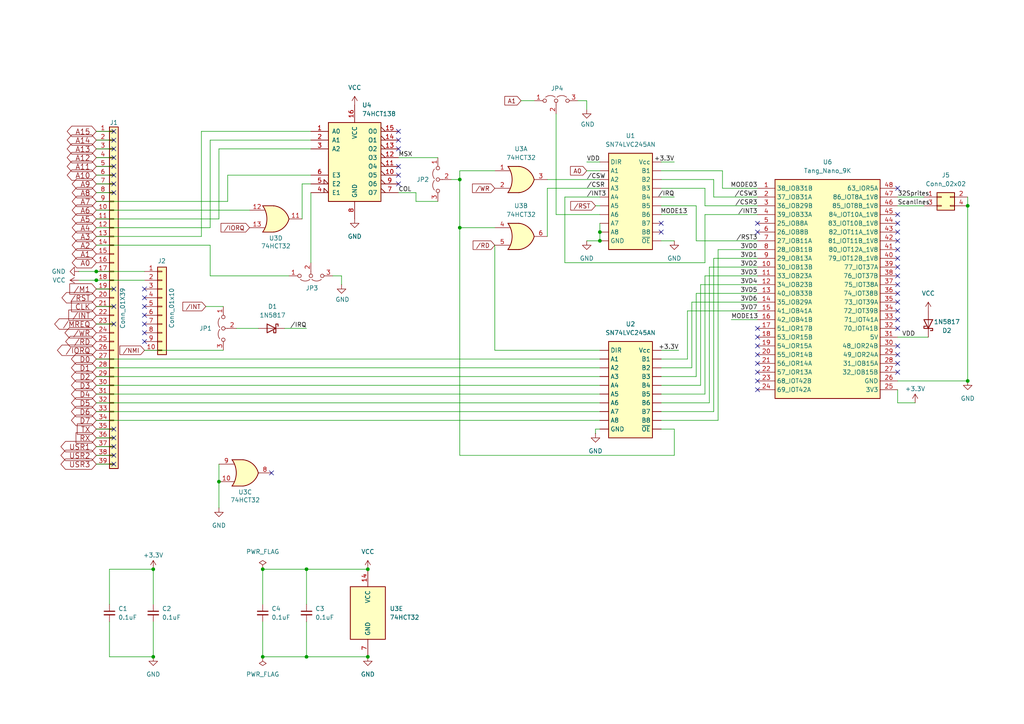
<source format=kicad_sch>
(kicad_sch (version 20250114) (generator "eeschema") (generator_version "9.0")
  (paper "A4")
  (title_block (title "RCBUS VDP9K") (rev "2.1") (company "HJB 2025") (comment 4 "VDP Tang Nano 9K - V9958 32K MSX / TMS9918A Coleco"))
  (lib_symbols
    (symbol "0my_project:SN74LVC245AN" (pin_numbers (hide yes))
      (property "Reference" "U" (at 10.414 4.064 0))
      (property "Value" "SN74LVC245AN" (at 4.826 -26.924 0))
      (symbol "SN74LVC245AN_1_1"
        (pin input line (at -8.89 11.43 0) (length 2.54) (name "DIR") (number "1"))
        (pin bidirectional line (at -8.89 8.89 0) (length 2.54) (name "A1") (number "2"))
        (pin bidirectional line (at -8.89 6.35 0) (length 2.54) (name "A2") (number "3"))
        (pin bidirectional line (at -8.89 3.81 0) (length 2.54) (name "A3") (number "4"))
        (pin bidirectional line (at -8.89 1.27 0) (length 2.54) (name "A4") (number "5"))
        (pin bidirectional line (at -8.89 -1.27 0) (length 2.54) (name "A5") (number "6"))
        (pin bidirectional line (at -8.89 -3.81 0) (length 2.54) (name "A6") (number "7"))
        (pin bidirectional line (at -8.89 -6.35 0) (length 2.54) (name "A7") (number "8"))
        (pin bidirectional line (at -8.89 -8.89 0) (length 2.54) (name "A8") (number "9"))
        (pin power_in line (at -8.89 -11.43 0) (length 2.54) (name "GND") (number "10"))
        (pin power_in line (at 8.89 11.43 180) (length 2.54) (name "Vcc") (number "20"))
        (pin bidirectional line (at 8.89 8.89 180) (length 2.54) (name "B1") (number "18"))
        (pin bidirectional line (at 8.89 6.35 180) (length 2.54) (name "B2") (number "17"))
        (pin bidirectional line (at 8.89 3.81 180) (length 2.54) (name "B3") (number "16"))
        (pin bidirectional line (at 8.89 1.27 180) (length 2.54) (name "B4") (number "15"))
        (pin bidirectional line (at 8.89 -1.27 180) (length 2.54) (name "B5") (number "14"))
        (pin bidirectional line (at 8.89 -3.81 180) (length 2.54) (name "B6") (number "13"))
        (pin bidirectional line (at 8.89 -6.35 180) (length 2.54) (name "B7") (number "12"))
        (pin bidirectional line (at 8.89 -8.89 180) (length 2.54) (name "B8") (number "11"))
        (pin input line (at 8.89 -11.43 180) (length 2.54) (name "~{OE}") (number "19"))
      )
    )
    (symbol "0my_project:Tang_Nano_9K"
      (property "Reference" "U" (at 19.558 4.064 0))
      (property "Value" "Tang_Nano_9K" (at 12.954 -62.738 0))
      (symbol "Tang_Nano_9K_1_1"
        (pin bidirectional line (at 0 0 0) (length 5.08) (name "38_IOB31B") (number "1"))
        (pin bidirectional line (at 0 -2.54 0) (length 5.08) (name "37_IOB31A") (number "2"))
        (pin bidirectional line (at 0 -5.08 0) (length 5.08) (name "36_IOB29B") (number "3"))
        (pin bidirectional line (at 0 -7.62 0) (length 5.08) (name "39_IOB33A") (number "4"))
        (pin bidirectional line (at 0 -10.16 0) (length 5.08) (name "25_IOB8A") (number "5"))
        (pin bidirectional line (at 0 -12.7 0) (length 5.08) (name "26_IOB8B") (number "6"))
        (pin bidirectional line (at 0 -15.24 0) (length 5.08) (name "27_IOB11A") (number "7"))
        (pin bidirectional line (at 0 -17.78 0) (length 5.08) (name "28_IOB11B") (number "8"))
        (pin bidirectional line (at 0 -20.32 0) (length 5.08) (name "29_IOB13A") (number "9"))
        (pin bidirectional line (at 0 -22.86 0) (length 5.08) (name "30_IOB13B") (number "10"))
        (pin bidirectional line (at 0 -25.4 0) (length 5.08) (name "33_IOB23A") (number "11"))
        (pin bidirectional line (at 0 -27.94 0) (length 5.08) (name "34_IOB23B") (number "12"))
        (pin bidirectional line (at 0 -30.48 0) (length 5.08) (name "40_IOB33B") (number "13"))
        (pin bidirectional line (at 0 -33.02 0) (length 5.08) (name "35_IOB29A") (number "14"))
        (pin bidirectional line (at 0 -35.56 0) (length 5.08) (name "41_IOB41A") (number "15"))
        (pin bidirectional line (at 0 -38.1 0) (length 5.08) (name "42_IOB41B") (number "16"))
        (pin bidirectional line (at 0 -40.64 0) (length 5.08) (name "51_IOR17B") (number "17"))
        (pin bidirectional line (at 0 -43.18 0) (length 5.08) (name "53_IOR15B") (number "18"))
        (pin bidirectional line (at 0 -45.72 0) (length 5.08) (name "54_IOR15A") (number "19"))
        (pin bidirectional line (at 0 -48.26 0) (length 5.08) (name "55_IOR14B") (number "20"))
        (pin bidirectional line (at 0 -50.8 0) (length 5.08) (name "56_IOR14A") (number "21"))
        (pin bidirectional line (at 0 -53.34 0) (length 5.08) (name "57_IOR13A") (number "22"))
        (pin bidirectional line (at 0 -55.88 0) (length 5.08) (name "68_IOT42B") (number "23"))
        (pin bidirectional line (at 0 -58.42 0) (length 5.08) (name "69_IOT42A") (number "24"))
        (pin bidirectional line (at 40.64 0 180) (length 5.08) (name "63_IOR5A") (number "48"))
        (pin bidirectional line (at 40.64 -2.54 180) (length 5.08) (name "86_IOT8A_1V8") (number "47"))
        (pin bidirectional line (at 40.64 -5.08 180) (length 5.08) (name "85_IOT8B_1V8") (number "46"))
        (pin bidirectional line (at 40.64 -7.62 180) (length 5.08) (name "84_IOT10A_1V8") (number "45"))
        (pin bidirectional line (at 40.64 -10.16 180) (length 5.08) (name "83_IOT10B_1V8") (number "44"))
        (pin bidirectional line (at 40.64 -12.7 180) (length 5.08) (name "82_IOT11A_1V8") (number "43"))
        (pin bidirectional line (at 40.64 -15.24 180) (length 5.08) (name "81_IOT11B_1V8") (number "42"))
        (pin bidirectional line (at 40.64 -17.78 180) (length 5.08) (name "80_IOT12A_1V8") (number "41"))
        (pin bidirectional line (at 40.64 -20.32 180) (length 5.08) (name "79_IOT12B_1V8") (number "40"))
        (pin bidirectional line (at 40.64 -22.86 180) (length 5.08) (name "77_IOT37A") (number "39"))
        (pin bidirectional line (at 40.64 -25.4 180) (length 5.08) (name "76_IOT37B") (number "38"))
        (pin bidirectional line (at 40.64 -27.94 180) (length 5.08) (name "75_IOT38A") (number "37"))
        (pin bidirectional line (at 40.64 -30.48 180) (length 5.08) (name "74_IOT38B") (number "36"))
        (pin bidirectional line (at 40.64 -33.02 180) (length 5.08) (name "73_IOT39A") (number "35"))
        (pin bidirectional line (at 40.64 -35.56 180) (length 5.08) (name "72_IOT39B") (number "34"))
        (pin bidirectional line (at 40.64 -38.1 180) (length 5.08) (name "71_IOT41A") (number "33"))
        (pin bidirectional line (at 40.64 -40.64 180) (length 5.08) (name "70_IOT41B") (number "32"))
        (pin power_in line (at 40.64 -43.18 180) (length 5.08) (name "5V") (number "31"))
        (pin bidirectional line (at 40.64 -45.72 180) (length 5.08) (name "48_IOR24B") (number "30"))
        (pin bidirectional line (at 40.64 -48.26 180) (length 5.08) (name "49_IOR24A") (number "29"))
        (pin bidirectional line (at 40.64 -50.8 180) (length 5.08) (name "31_IOB15A") (number "28"))
        (pin bidirectional line (at 40.64 -53.34 180) (length 5.08) (name "32_IOB15B") (number "27"))
        (pin power_in line (at 40.64 -55.88 180) (length 5.08) (name "GND") (number "26"))
        (pin power_out line (at 40.64 -58.42 180) (length 5.08) (name "3V3") (number "25"))
      )
    )
    (symbol "74xx:74LS138" (pin_names (offset 1.016))
      (property "Reference" "U" (at -7.62 11.43 0))
      (property "Value" "74LS138" (at -7.62 -13.97 0))
      (symbol "74LS138_1_0"
        (pin input line (at -12.7 7.62 0) (length 5.08) (name "A0") (number "1"))
        (pin input line (at -12.7 5.08 0) (length 5.08) (name "A1") (number "2"))
        (pin input line (at -12.7 2.54 0) (length 5.08) (name "A2") (number "3"))
        (pin input line (at -12.7 -5.08 0) (length 5.08) (name "E3") (number "6"))
        (pin input input_low (at -12.7 -7.62 0) (length 5.08) (name "E2") (number "5"))
        (pin input input_low (at -12.7 -10.16 0) (length 5.08) (name "E1") (number "4"))
        (pin power_in line (at 0 15.24 270) (length 5.08) (name "VCC") (number "16"))
        (pin power_in line (at 0 -17.78 90) (length 5.08) (name "GND") (number "8"))
        (pin output output_low (at 12.7 7.62 180) (length 5.08) (name "O0") (number "15"))
        (pin output output_low (at 12.7 5.08 180) (length 5.08) (name "O1") (number "14"))
        (pin output output_low (at 12.7 2.54 180) (length 5.08) (name "O2") (number "13"))
        (pin output output_low (at 12.7 0 180) (length 5.08) (name "O3") (number "12"))
        (pin output output_low (at 12.7 -2.54 180) (length 5.08) (name "O4") (number "11"))
        (pin output output_low (at 12.7 -5.08 180) (length 5.08) (name "O5") (number "10"))
        (pin output output_low (at 12.7 -7.62 180) (length 5.08) (name "O6") (number "9"))
        (pin output output_low (at 12.7 -10.16 180) (length 5.08) (name "O7") (number "7"))
      )
    )
    (symbol "74xx:74LS32" (pin_names (offset 1.016))
      (property "Reference" "U" (at 0 1.27 0))
      (property "Value" "74LS32" (at 0 -1.27 0))
      (symbol "74LS32_1_1"
        (pin input line (at -7.62 2.54 0) (length 4.318) (name "~") (number "1"))
        (pin input line (at -7.62 -2.54 0) (length 4.318) (name "~") (number "2"))
        (pin output line (at 7.62 0 180) (length 3.81) (name "~") (number "3"))
      )
      (symbol "74LS32_1_2"
        (pin input inverted (at -7.62 2.54 0) (length 3.81) (name "~") (number "1"))
        (pin input inverted (at -7.62 -2.54 0) (length 3.81) (name "~") (number "2"))
        (pin output inverted (at 7.62 0 180) (length 3.81) (name "~") (number "3"))
      )
      (symbol "74LS32_2_1"
        (pin input line (at -7.62 2.54 0) (length 4.318) (name "~") (number "4"))
        (pin input line (at -7.62 -2.54 0) (length 4.318) (name "~") (number "5"))
        (pin output line (at 7.62 0 180) (length 3.81) (name "~") (number "6"))
      )
      (symbol "74LS32_2_2"
        (pin input inverted (at -7.62 2.54 0) (length 3.81) (name "~") (number "4"))
        (pin input inverted (at -7.62 -2.54 0) (length 3.81) (name "~") (number "5"))
        (pin output inverted (at 7.62 0 180) (length 3.81) (name "~") (number "6"))
      )
      (symbol "74LS32_3_1"
        (pin input line (at -7.62 2.54 0) (length 4.318) (name "~") (number "9"))
        (pin input line (at -7.62 -2.54 0) (length 4.318) (name "~") (number "10"))
        (pin output line (at 7.62 0 180) (length 3.81) (name "~") (number "8"))
      )
      (symbol "74LS32_3_2"
        (pin input inverted (at -7.62 2.54 0) (length 3.81) (name "~") (number "9"))
        (pin input inverted (at -7.62 -2.54 0) (length 3.81) (name "~") (number "10"))
        (pin output inverted (at 7.62 0 180) (length 3.81) (name "~") (number "8"))
      )
      (symbol "74LS32_4_1"
        (pin input line (at -7.62 2.54 0) (length 4.318) (name "~") (number "12"))
        (pin input line (at -7.62 -2.54 0) (length 4.318) (name "~") (number "13"))
        (pin output line (at 7.62 0 180) (length 3.81) (name "~") (number "11"))
      )
      (symbol "74LS32_4_2"
        (pin input inverted (at -7.62 2.54 0) (length 3.81) (name "~") (number "12"))
        (pin input inverted (at -7.62 -2.54 0) (length 3.81) (name "~") (number "13"))
        (pin output inverted (at 7.62 0 180) (length 3.81) (name "~") (number "11"))
      )
      (symbol "74LS32_5_0"
        (pin power_in line (at 0 12.7 270) (length 5.08) (name "VCC") (number "14"))
        (pin power_in line (at 0 -12.7 90) (length 5.08) (name "GND") (number "7"))
      )
    )
    (symbol "CONN_01X10_1" (pin_names (offset 1.016) (hide yes))
      (property "Reference" "J" (at 0 13.97 0))
      (property "Value" "CONN_01X10" (at 2.54 0 90))
      (symbol "CONN_01X10_1_1_1"
        (pin passive line (at -5.08 11.43 0) (length 3.81) (name "P1") (number "1"))
        (pin passive line (at -5.08 8.89 0) (length 3.81) (name "P2") (number "2"))
        (pin passive line (at -5.08 6.35 0) (length 3.81) (name "P3") (number "3"))
        (pin passive line (at -5.08 3.81 0) (length 3.81) (name "P4") (number "4"))
        (pin passive line (at -5.08 1.27 0) (length 3.81) (name "P5") (number "5"))
        (pin passive line (at -5.08 -1.27 0) (length 3.81) (name "P6") (number "6"))
        (pin passive line (at -5.08 -3.81 0) (length 3.81) (name "P7") (number "7"))
        (pin passive line (at -5.08 -6.35 0) (length 3.81) (name "P8") (number "8"))
        (pin passive line (at -5.08 -8.89 0) (length 3.81) (name "P9") (number "9"))
        (pin passive line (at -5.08 -11.43 0) (length 3.81) (name "P10") (number "10"))
      )
    )
    (symbol "CONN_01X39_1" (pin_names (offset 1.016) (hide yes))
      (property "Reference" "J" (at 0 50.8 0))
      (property "Value" "CONN_01X39" (at 2.54 0 90))
      (symbol "CONN_01X39_1_1_1"
        (pin passive line (at -5.08 48.26 0) (length 3.81) (name "P1") (number "1"))
        (pin passive line (at -5.08 45.72 0) (length 3.81) (name "P2") (number "2"))
        (pin passive line (at -5.08 43.18 0) (length 3.81) (name "P3") (number "3"))
        (pin passive line (at -5.08 40.64 0) (length 3.81) (name "P4") (number "4"))
        (pin passive line (at -5.08 38.1 0) (length 3.81) (name "P5") (number "5"))
        (pin passive line (at -5.08 35.56 0) (length 3.81) (name "P6") (number "6"))
        (pin passive line (at -5.08 33.02 0) (length 3.81) (name "P7") (number "7"))
        (pin passive line (at -5.08 30.48 0) (length 3.81) (name "P8") (number "8"))
        (pin passive line (at -5.08 27.94 0) (length 3.81) (name "P9") (number "9"))
        (pin passive line (at -5.08 25.4 0) (length 3.81) (name "P10") (number "10"))
        (pin passive line (at -5.08 22.86 0) (length 3.81) (name "P11") (number "11"))
        (pin passive line (at -5.08 20.32 0) (length 3.81) (name "P12") (number "12"))
        (pin passive line (at -5.08 17.78 0) (length 3.81) (name "P13") (number "13"))
        (pin passive line (at -5.08 15.24 0) (length 3.81) (name "P14") (number "14"))
        (pin passive line (at -5.08 12.7 0) (length 3.81) (name "P15") (number "15"))
        (pin passive line (at -5.08 10.16 0) (length 3.81) (name "P16") (number "16"))
        (pin passive line (at -5.08 7.62 0) (length 3.81) (name "P17") (number "17"))
        (pin passive line (at -5.08 5.08 0) (length 3.81) (name "P18") (number "18"))
        (pin passive line (at -5.08 2.54 0) (length 3.81) (name "P19") (number "19"))
        (pin passive line (at -5.08 0 0) (length 3.81) (name "P20") (number "20"))
        (pin passive line (at -5.08 -2.54 0) (length 3.81) (name "P21") (number "21"))
        (pin passive line (at -5.08 -5.08 0) (length 3.81) (name "P22") (number "22"))
        (pin passive line (at -5.08 -7.62 0) (length 3.81) (name "P23") (number "23"))
        (pin passive line (at -5.08 -10.16 0) (length 3.81) (name "P24") (number "24"))
        (pin passive line (at -5.08 -12.7 0) (length 3.81) (name "P25") (number "25"))
        (pin passive line (at -5.08 -15.24 0) (length 3.81) (name "P26") (number "26"))
        (pin passive line (at -5.08 -17.78 0) (length 3.81) (name "P27") (number "27"))
        (pin passive line (at -5.08 -20.32 0) (length 3.81) (name "P28") (number "28"))
        (pin passive line (at -5.08 -22.86 0) (length 3.81) (name "P29") (number "29"))
        (pin passive line (at -5.08 -25.4 0) (length 3.81) (name "P30") (number "30"))
        (pin passive line (at -5.08 -27.94 0) (length 3.81) (name "P31") (number "31"))
        (pin passive line (at -5.08 -30.48 0) (length 3.81) (name "P32") (number "32"))
        (pin passive line (at -5.08 -33.02 0) (length 3.81) (name "P33") (number "33"))
        (pin passive line (at -5.08 -35.56 0) (length 3.81) (name "P34") (number "34"))
        (pin passive line (at -5.08 -38.1 0) (length 3.81) (name "P35") (number "35"))
        (pin passive line (at -5.08 -40.64 0) (length 3.81) (name "P36") (number "36"))
        (pin passive line (at -5.08 -43.18 0) (length 3.81) (name "P37") (number "37"))
        (pin passive line (at -5.08 -45.72 0) (length 3.81) (name "P38") (number "38"))
        (pin passive line (at -5.08 -48.26 0) (length 3.81) (name "P39") (number "39"))
      )
    )
    (symbol "Connector_Generic:Conn_01x10" (pin_names (offset 1.016) (hide yes))
      (property "Reference" "J" (at 0 12.7 0))
      (property "Value" "Conn_01x10" (at 0 -15.24 0))
      (symbol "Conn_01x10_1_1"
        (pin passive line (at -5.08 10.16 0) (length 3.81) (name "Pin_1") (number "1"))
        (pin passive line (at -5.08 7.62 0) (length 3.81) (name "Pin_2") (number "2"))
        (pin passive line (at -5.08 5.08 0) (length 3.81) (name "Pin_3") (number "3"))
        (pin passive line (at -5.08 2.54 0) (length 3.81) (name "Pin_4") (number "4"))
        (pin passive line (at -5.08 0 0) (length 3.81) (name "Pin_5") (number "5"))
        (pin passive line (at -5.08 -2.54 0) (length 3.81) (name "Pin_6") (number "6"))
        (pin passive line (at -5.08 -5.08 0) (length 3.81) (name "Pin_7") (number "7"))
        (pin passive line (at -5.08 -7.62 0) (length 3.81) (name "Pin_8") (number "8"))
        (pin passive line (at -5.08 -10.16 0) (length 3.81) (name "Pin_9") (number "9"))
        (pin passive line (at -5.08 -12.7 0) (length 3.81) (name "Pin_10") (number "10"))
      )
    )
    (symbol "Connector_Generic:Conn_01x39" (pin_names (offset 1.016) (hide yes))
      (property "Reference" "J" (at 0 50.8 0))
      (property "Value" "Conn_01x39" (at 0 -50.8 0))
      (symbol "Conn_01x39_1_1"
        (pin passive line (at -5.08 48.26 0) (length 3.81) (name "Pin_1") (number "1"))
        (pin passive line (at -5.08 45.72 0) (length 3.81) (name "Pin_2") (number "2"))
        (pin passive line (at -5.08 43.18 0) (length 3.81) (name "Pin_3") (number "3"))
        (pin passive line (at -5.08 40.64 0) (length 3.81) (name "Pin_4") (number "4"))
        (pin passive line (at -5.08 38.1 0) (length 3.81) (name "Pin_5") (number "5"))
        (pin passive line (at -5.08 35.56 0) (length 3.81) (name "Pin_6") (number "6"))
        (pin passive line (at -5.08 33.02 0) (length 3.81) (name "Pin_7") (number "7"))
        (pin passive line (at -5.08 30.48 0) (length 3.81) (name "Pin_8") (number "8"))
        (pin passive line (at -5.08 27.94 0) (length 3.81) (name "Pin_9") (number "9"))
        (pin passive line (at -5.08 25.4 0) (length 3.81) (name "Pin_10") (number "10"))
        (pin passive line (at -5.08 22.86 0) (length 3.81) (name "Pin_11") (number "11"))
        (pin passive line (at -5.08 20.32 0) (length 3.81) (name "Pin_12") (number "12"))
        (pin passive line (at -5.08 17.78 0) (length 3.81) (name "Pin_13") (number "13"))
        (pin passive line (at -5.08 15.24 0) (length 3.81) (name "Pin_14") (number "14"))
        (pin passive line (at -5.08 12.7 0) (length 3.81) (name "Pin_15") (number "15"))
        (pin passive line (at -5.08 10.16 0) (length 3.81) (name "Pin_16") (number "16"))
        (pin passive line (at -5.08 7.62 0) (length 3.81) (name "Pin_17") (number "17"))
        (pin passive line (at -5.08 5.08 0) (length 3.81) (name "Pin_18") (number "18"))
        (pin passive line (at -5.08 2.54 0) (length 3.81) (name "Pin_19") (number "19"))
        (pin passive line (at -5.08 0 0) (length 3.81) (name "Pin_20") (number "20"))
        (pin passive line (at -5.08 -2.54 0) (length 3.81) (name "Pin_21") (number "21"))
        (pin passive line (at -5.08 -5.08 0) (length 3.81) (name "Pin_22") (number "22"))
        (pin passive line (at -5.08 -7.62 0) (length 3.81) (name "Pin_23") (number "23"))
        (pin passive line (at -5.08 -10.16 0) (length 3.81) (name "Pin_24") (number "24"))
        (pin passive line (at -5.08 -12.7 0) (length 3.81) (name "Pin_25") (number "25"))
        (pin passive line (at -5.08 -15.24 0) (length 3.81) (name "Pin_26") (number "26"))
        (pin passive line (at -5.08 -17.78 0) (length 3.81) (name "Pin_27") (number "27"))
        (pin passive line (at -5.08 -20.32 0) (length 3.81) (name "Pin_28") (number "28"))
        (pin passive line (at -5.08 -22.86 0) (length 3.81) (name "Pin_29") (number "29"))
        (pin passive line (at -5.08 -25.4 0) (length 3.81) (name "Pin_30") (number "30"))
        (pin passive line (at -5.08 -27.94 0) (length 3.81) (name "Pin_31") (number "31"))
        (pin passive line (at -5.08 -30.48 0) (length 3.81) (name "Pin_32") (number "32"))
        (pin passive line (at -5.08 -33.02 0) (length 3.81) (name "Pin_33") (number "33"))
        (pin passive line (at -5.08 -35.56 0) (length 3.81) (name "Pin_34") (number "34"))
        (pin passive line (at -5.08 -38.1 0) (length 3.81) (name "Pin_35") (number "35"))
        (pin passive line (at -5.08 -40.64 0) (length 3.81) (name "Pin_36") (number "36"))
        (pin passive line (at -5.08 -43.18 0) (length 3.81) (name "Pin_37") (number "37"))
        (pin passive line (at -5.08 -45.72 0) (length 3.81) (name "Pin_38") (number "38"))
        (pin passive line (at -5.08 -48.26 0) (length 3.81) (name "Pin_39") (number "39"))
      )
    )
    (symbol "Connector_Generic:Conn_02x02_Odd_Even" (pin_names (offset 1.016) (hide yes))
      (property "Reference" "J" (at 1.27 2.54 0))
      (property "Value" "Conn_02x02_Odd_Even" (at 1.27 -5.08 0))
      (symbol "Conn_02x02_Odd_Even_1_1"
        (pin passive line (at -5.08 0 0) (length 3.81) (name "Pin_1") (number "1"))
        (pin passive line (at -5.08 -2.54 0) (length 3.81) (name "Pin_3") (number "3"))
        (pin passive line (at 7.62 0 180) (length 3.81) (name "Pin_2") (number "2"))
        (pin passive line (at 7.62 -2.54 180) (length 3.81) (name "Pin_4") (number "4"))
      )
    )
    (symbol "Device:C_Small" (pin_numbers (hide yes)) (pin_names (offset 0.254) (hide yes))
      (property "Reference" "C" (at 0.254 1.778 0))
      (property "Value" "C_Small" (at 0.254 -2.032 0))
      (symbol "C_Small_1_1"
        (pin passive line (at 0 2.54 270) (length 2.032) (name "~") (number "1"))
        (pin passive line (at 0 -2.54 90) (length 2.032) (name "~") (number "2"))
      )
    )
    (symbol "Diode:1N5817" (pin_numbers (hide yes)) (pin_names (offset 1.016) (hide yes))
      (property "Reference" "D" (at 0 2.54 0))
      (property "Value" "1N5817" (at 0 -2.54 0))
      (symbol "1N5817_1_1"
        (pin passive line (at -3.81 0 0) (length 2.54) (name "K") (number "1"))
        (pin passive line (at 3.81 0 180) (length 2.54) (name "A") (number "2"))
      )
    )
    (symbol "GND_1" (power) (pin_names (offset 0))
      (property "Value" "GND" (at 0 -3.81 0))
      (symbol "GND_1_1_1"
        (pin power_in line (at 0 0 270) (length 0) (hide yes) (name "GND") (number "1"))
      )
    )
    (symbol "Jumper:Jumper_3_Open" (pin_names (offset 0) (hide yes)) (in_bom no)
      (property "Reference" "JP" (at -2.54 -2.54 0))
      (property "Value" "Jumper_3_Open" (at 0 2.794 0))
      (symbol "Jumper_3_Open_1_1"
        (pin passive line (at -6.35 0 0) (length 2.54) (name "A") (number "1"))
        (pin passive line (at 0 -3.81 90) (length 2.54) (name "C") (number "2"))
        (pin passive line (at 6.35 0 180) (length 2.54) (name "B") (number "3"))
      )
    )
    (symbol "VCC_1" (power) (pin_names (offset 0))
      (property "Value" "VCC" (at 0 3.81 0))
      (symbol "VCC_1_1_1"
        (pin power_in line (at 0 0 90) (length 0) (hide yes) (name "VCC") (number "1"))
      )
    )
    (symbol "power:+3.3V" (power) (pin_numbers (hide yes)) (pin_names (offset 0) (hide yes))
      (property "Value" "+3.3V" (at 0 3.556 0))
      (symbol "+3.3V_1_1"
        (pin power_in line (at 0 0 90) (length 0) (name "~") (number "1"))
      )
    )
    (symbol "power:GND" (power) (pin_numbers (hide yes)) (pin_names (offset 0) (hide yes))
      (property "Value" "GND" (at 0 -3.81 0))
      (symbol "GND_1_1"
        (pin power_in line (at 0 0 270) (length 0) (name "~") (number "1"))
      )
    )
    (symbol "power:PWR_FLAG" (power) (pin_numbers (hide yes)) (pin_names (offset 0) (hide yes))
      (property "Value" "PWR_FLAG" (at 0 3.81 0))
      (symbol "PWR_FLAG_0_0"
        (pin power_out line (at 0 0 90) (length 0) (name "~") (number "1"))
      )
    )
    (symbol "power:VCC" (power) (pin_numbers (hide yes)) (pin_names (offset 0) (hide yes))
      (property "Value" "VCC" (at 0 3.556 0))
      (symbol "VCC_1_1"
        (pin power_in line (at 0 0 90) (length 0) (name "~") (number "1"))
      )
    )
  )
  (junction (at 76.2 165.1))
  (junction (at 173.99 67.31))
  (junction (at 44.45 190.5))
  (junction (at 27.94 81.28))
  (junction (at 280.67 59.69))
  (junction (at 133.35 66.04))
  (junction (at 133.35 52.07))
  (junction (at 44.45 165.1))
  (junction (at 76.2 190.5))
  (junction (at 280.67 110.49))
  (junction (at 106.68 165.1))
  (junction (at 88.9 190.5))
  (junction (at 106.68 190.5))
  (junction (at 27.94 78.74))
  (junction (at 173.99 69.85))
  (junction (at 88.9 165.1))
  (junction (at 63.5 139.7))
  (no_connect (at 33.02 132.08))
  (no_connect (at 260.35 69.85))
  (no_connect (at 41.91 93.98))
  (no_connect (at 33.02 38.1))
  (no_connect (at 41.91 86.36))
  (no_connect (at 260.35 90.17))
  (no_connect (at 33.02 45.72))
  (no_connect (at 219.71 102.87))
  (no_connect (at 41.91 91.44))
  (no_connect (at 260.35 77.47))
  (no_connect (at 41.91 88.9))
  (no_connect (at 33.02 83.82))
  (no_connect (at 33.02 48.26))
  (no_connect (at 219.71 107.95))
  (no_connect (at 33.02 88.9))
  (no_connect (at 260.35 64.77))
  (no_connect (at 33.02 93.98))
  (no_connect (at 260.35 74.93))
  (no_connect (at 260.35 105.41))
  (no_connect (at 219.71 64.77))
  (no_connect (at 33.02 129.54))
  (no_connect (at 219.71 110.49))
  (no_connect (at 33.02 43.18))
  (no_connect (at 219.71 100.33))
  (no_connect (at 41.91 83.82))
  (no_connect (at 33.02 50.8))
  (no_connect (at 260.35 67.31))
  (no_connect (at 115.57 43.18))
  (no_connect (at 115.57 38.1))
  (no_connect (at 33.02 55.88))
  (no_connect (at 260.35 87.63))
  (no_connect (at 260.35 80.01))
  (no_connect (at 115.57 50.8))
  (no_connect (at 41.91 99.06))
  (no_connect (at 115.57 53.34))
  (no_connect (at 260.35 62.23))
  (no_connect (at 115.57 48.26))
  (no_connect (at 219.71 113.03))
  (no_connect (at 260.35 85.09))
  (no_connect (at 260.35 72.39))
  (no_connect (at 33.02 53.34))
  (no_connect (at 219.71 67.31))
  (no_connect (at 33.02 127))
  (no_connect (at 41.91 96.52))
  (no_connect (at 260.35 92.71))
  (no_connect (at 78.74 137.16))
  (no_connect (at 260.35 107.95))
  (no_connect (at 33.02 40.64))
  (no_connect (at 191.77 64.77))
  (no_connect (at 33.02 134.62))
  (no_connect (at 260.35 102.87))
  (no_connect (at 219.71 97.79))
  (no_connect (at 260.35 95.25))
  (no_connect (at 260.35 54.61))
  (no_connect (at 33.02 124.46))
  (no_connect (at 219.71 105.41))
  (no_connect (at 260.35 82.55))
  (no_connect (at 219.71 95.25))
  (no_connect (at 115.57 40.64))
  (no_connect (at 260.35 100.33))
  (no_connect (at 191.77 67.31))
  (wire (pts (xy 90.17 55.88) (xy 90.17 76.2)))
  (wire (pts (xy 204.47 62.23) (xy 219.71 62.23)))
  (wire (pts (xy 63.5 43.18) (xy 90.17 43.18)))
  (wire (pts (xy 204.47 80.01) (xy 204.47 114.3)))
  (wire (pts (xy 143.51 101.6) (xy 143.51 71.12)))
  (wire (pts (xy 219.71 87.63) (xy 200.66 87.63)))
  (wire (pts (xy 170.18 29.21) (xy 170.18 31.75)))
  (wire (pts (xy 41.91 101.6) (xy 64.77 101.6)))
  (wire (pts (xy 99.06 80.01) (xy 99.06 82.55)))
  (wire (pts (xy 219.71 85.09) (xy 201.93 85.09)))
  (wire (pts (xy 27.94 127) (xy 33.02 127)))
  (wire (pts (xy 27.94 88.9) (xy 33.02 88.9)))
  (wire (pts (xy 27.94 55.88) (xy 33.02 55.88)))
  (wire (pts (xy 44.45 165.1) (xy 44.45 175.26)))
  (wire (pts (xy 163.83 57.15) (xy 173.99 57.15)))
  (wire (pts (xy 191.77 59.69) (xy 201.93 59.69)))
  (wire (pts (xy 167.64 29.21) (xy 170.18 29.21)))
  (wire (pts (xy 133.35 66.04) (xy 143.51 66.04)))
  (wire (pts (xy 27.94 63.5) (xy 63.5 63.5)))
  (wire (pts (xy 201.93 59.69) (xy 201.93 69.85)))
  (wire (pts (xy 115.57 45.72) (xy 127 45.72)))
  (wire (pts (xy 191.77 116.84) (xy 205.74 116.84)))
  (wire (pts (xy 31.75 190.5) (xy 44.45 190.5)))
  (wire (pts (xy 204.47 76.2) (xy 163.83 76.2)))
  (wire (pts (xy 280.67 57.15) (xy 280.67 59.69)))
  (wire (pts (xy 60.96 80.01) (xy 83.82 80.01)))
  (wire (pts (xy 27.94 124.46) (xy 33.02 124.46)))
  (wire (pts (xy 219.71 82.55) (xy 203.2 82.55)))
  (wire (pts (xy 133.35 52.07) (xy 133.35 49.53)))
  (wire (pts (xy 195.58 132.08) (xy 133.35 132.08)))
  (wire (pts (xy 66.04 50.8) (xy 90.17 50.8)))
  (wire (pts (xy 219.71 77.47) (xy 205.74 77.47)))
  (wire (pts (xy 191.77 109.22) (xy 201.93 109.22)))
  (wire (pts (xy 191.77 101.6) (xy 196.85 101.6)))
  (wire (pts (xy 212.09 92.71) (xy 219.71 92.71)))
  (wire (pts (xy 87.63 53.34) (xy 90.17 53.34)))
  (wire (pts (xy 60.96 71.12) (xy 60.96 80.01)))
  (wire (pts (xy 163.83 57.15) (xy 163.83 76.2)))
  (wire (pts (xy 260.35 59.69) (xy 267.97 59.69)))
  (wire (pts (xy 203.2 82.55) (xy 203.2 111.76)))
  (wire (pts (xy 82.55 95.25) (xy 88.9 95.25)))
  (wire (pts (xy 173.99 67.31) (xy 173.99 69.85)))
  (wire (pts (xy 158.75 54.61) (xy 173.99 54.61)))
  (wire (pts (xy 191.77 54.61) (xy 204.47 54.61)))
  (wire (pts (xy 158.75 52.07) (xy 173.99 52.07)))
  (wire (pts (xy 27.94 134.62) (xy 33.02 134.62)))
  (wire (pts (xy 27.94 78.74) (xy 41.91 78.74)))
  (wire (pts (xy 27.94 129.54) (xy 33.02 129.54)))
  (wire (pts (xy 260.35 57.15) (xy 267.97 57.15)))
  (wire (pts (xy 205.74 77.47) (xy 205.74 116.84)))
  (wire (pts (xy 195.58 69.85) (xy 191.77 69.85)))
  (wire (pts (xy 191.77 119.38) (xy 207.01 119.38)))
  (wire (pts (xy 58.42 38.1) (xy 90.17 38.1)))
  (wire (pts (xy 133.35 132.08) (xy 133.35 66.04)))
  (wire (pts (xy 170.18 69.85) (xy 173.99 69.85)))
  (wire (pts (xy 219.71 80.01) (xy 204.47 80.01)))
  (wire (pts (xy 195.58 124.46) (xy 191.77 124.46)))
  (wire (pts (xy 191.77 121.92) (xy 208.28 121.92)))
  (wire (pts (xy 27.94 68.58) (xy 58.42 68.58)))
  (wire (pts (xy 22.86 78.74) (xy 27.94 78.74)))
  (wire (pts (xy 191.77 111.76) (xy 203.2 111.76)))
  (wire (pts (xy 219.71 74.93) (xy 207.01 74.93)))
  (wire (pts (xy 27.94 58.42) (xy 66.04 58.42)))
  (wire (pts (xy 60.96 40.64) (xy 90.17 40.64)))
  (wire (pts (xy 204.47 54.61) (xy 204.47 59.69)))
  (wire (pts (xy 27.94 81.28) (xy 41.91 81.28)))
  (wire (pts (xy 260.35 116.84) (xy 265.43 116.84)))
  (wire (pts (xy 27.94 48.26) (xy 33.02 48.26)))
  (wire (pts (xy 27.94 132.08) (xy 33.02 132.08)))
  (wire (pts (xy 63.5 134.62) (xy 63.5 139.7)))
  (wire (pts (xy 27.94 111.76) (xy 173.99 111.76)))
  (wire (pts (xy 172.72 124.46) (xy 173.99 124.46)))
  (wire (pts (xy 27.94 53.34) (xy 33.02 53.34)))
  (wire (pts (xy 161.29 62.23) (xy 161.29 33.02)))
  (wire (pts (xy 68.58 95.25) (xy 74.93 95.25)))
  (wire (pts (xy 27.94 114.3) (xy 173.99 114.3)))
  (wire (pts (xy 158.75 54.61) (xy 158.75 68.58)))
  (wire (pts (xy 199.39 90.17) (xy 219.71 90.17)))
  (wire (pts (xy 191.77 49.53) (xy 209.55 49.53)))
  (wire (pts (xy 27.94 40.64) (xy 33.02 40.64)))
  (wire (pts (xy 27.94 66.04) (xy 60.96 66.04)))
  (wire (pts (xy 204.47 62.23) (xy 204.47 76.2)))
  (wire (pts (xy 191.77 57.15) (xy 195.58 57.15)))
  (wire (pts (xy 120.65 58.42) (xy 120.65 55.88)))
  (wire (pts (xy 88.9 180.34) (xy 88.9 190.5)))
  (wire (pts (xy 208.28 72.39) (xy 208.28 121.92)))
  (wire (pts (xy 172.72 125.73) (xy 172.72 124.46)))
  (wire (pts (xy 260.35 97.79) (xy 269.24 97.79)))
  (wire (pts (xy 172.72 59.69) (xy 173.99 59.69)))
  (wire (pts (xy 201.93 69.85) (xy 219.71 69.85)))
  (wire (pts (xy 133.35 52.07) (xy 133.35 66.04)))
  (wire (pts (xy 76.2 175.26) (xy 76.2 165.1)))
  (wire (pts (xy 200.66 87.63) (xy 200.66 106.68)))
  (wire (pts (xy 66.04 58.42) (xy 66.04 50.8)))
  (wire (pts (xy 27.94 121.92) (xy 173.99 121.92)))
  (wire (pts (xy 170.18 49.53) (xy 173.99 49.53)))
  (wire (pts (xy 209.55 49.53) (xy 209.55 54.61)))
  (wire (pts (xy 161.29 62.23) (xy 173.99 62.23)))
  (wire (pts (xy 204.47 59.69) (xy 219.71 59.69)))
  (wire (pts (xy 87.63 63.5) (xy 87.63 53.34)))
  (wire (pts (xy 207.01 74.93) (xy 207.01 119.38)))
  (wire (pts (xy 99.06 80.01) (xy 96.52 80.01)))
  (wire (pts (xy 31.75 165.1) (xy 31.75 175.26)))
  (wire (pts (xy 63.5 63.5) (xy 63.5 43.18)))
  (wire (pts (xy 88.9 165.1) (xy 106.68 165.1)))
  (wire (pts (xy 207.01 57.15) (xy 219.71 57.15)))
  (wire (pts (xy 120.65 58.42) (xy 127 58.42)))
  (wire (pts (xy 191.77 114.3) (xy 204.47 114.3)))
  (wire (pts (xy 173.99 64.77) (xy 173.99 67.31)))
  (wire (pts (xy 76.2 165.1) (xy 88.9 165.1)))
  (wire (pts (xy 27.94 104.14) (xy 173.99 104.14)))
  (wire (pts (xy 58.42 68.58) (xy 58.42 38.1)))
  (wire (pts (xy 27.94 106.68) (xy 173.99 106.68)))
  (wire (pts (xy 191.77 106.68) (xy 200.66 106.68)))
  (wire (pts (xy 130.81 52.07) (xy 133.35 52.07)))
  (wire (pts (xy 27.94 43.18) (xy 33.02 43.18)))
  (wire (pts (xy 209.55 54.61) (xy 219.71 54.61)))
  (wire (pts (xy 201.93 85.09) (xy 201.93 109.22)))
  (wire (pts (xy 76.2 180.34) (xy 76.2 190.5)))
  (wire (pts (xy 191.77 104.14) (xy 199.39 104.14)))
  (wire (pts (xy 27.94 50.8) (xy 33.02 50.8)))
  (wire (pts (xy 27.94 116.84) (xy 173.99 116.84)))
  (wire (pts (xy 170.18 46.99) (xy 173.99 46.99)))
  (wire (pts (xy 44.45 165.1) (xy 31.75 165.1)))
  (wire (pts (xy 88.9 175.26) (xy 88.9 165.1)))
  (wire (pts (xy 27.94 60.96) (xy 72.39 60.96)))
  (wire (pts (xy 63.5 139.7) (xy 63.5 147.32)))
  (wire (pts (xy 27.94 109.22) (xy 173.99 109.22)))
  (wire (pts (xy 27.94 45.72) (xy 33.02 45.72)))
  (wire (pts (xy 219.71 72.39) (xy 208.28 72.39)))
  (wire (pts (xy 133.35 49.53) (xy 143.51 49.53)))
  (wire (pts (xy 191.77 52.07) (xy 207.01 52.07)))
  (wire (pts (xy 27.94 71.12) (xy 60.96 71.12)))
  (wire (pts (xy 191.77 62.23) (xy 199.39 62.23)))
  (wire (pts (xy 143.51 101.6) (xy 173.99 101.6)))
  (wire (pts (xy 120.65 55.88) (xy 115.57 55.88)))
  (wire (pts (xy 27.94 83.82) (xy 33.02 83.82)))
  (wire (pts (xy 59.69 88.9) (xy 64.77 88.9)))
  (wire (pts (xy 260.35 110.49) (xy 280.67 110.49)))
  (wire (pts (xy 280.67 59.69) (xy 280.67 110.49)))
  (wire (pts (xy 199.39 104.14) (xy 199.39 90.17)))
  (wire (pts (xy 60.96 40.64) (xy 60.96 66.04)))
  (wire (pts (xy 27.94 119.38) (xy 173.99 119.38)))
  (wire (pts (xy 195.58 46.99) (xy 191.77 46.99)))
  (wire (pts (xy 260.35 116.84) (xy 260.35 113.03)))
  (wire (pts (xy 88.9 190.5) (xy 106.68 190.5)))
  (wire (pts (xy 207.01 52.07) (xy 207.01 57.15)))
  (wire (pts (xy 76.2 190.5) (xy 88.9 190.5)))
  (wire (pts (xy 22.86 81.28) (xy 27.94 81.28)))
  (wire (pts (xy 44.45 180.34) (xy 44.45 190.5)))
  (wire (pts (xy 151.13 29.21) (xy 154.94 29.21)))
  (wire (pts (xy 195.58 124.46) (xy 195.58 132.08)))
  (wire (pts (xy 27.94 38.1) (xy 33.02 38.1)))
  (wire (pts (xy 31.75 180.34) (xy 31.75 190.5)))
  (wire (pts (xy 27.94 93.98) (xy 33.02 93.98)))
  (label "3VD7" (at 219.71 90.17 180))
  (label "VDD" (at 170.18 46.99 0))
  (label "{slash}CSR3" (at 219.71 59.69 180))
  (label "+3.3V" (at 195.58 46.99 180))
  (label "3VD3" (at 219.71 80.01 180))
  (label "MSX" (at 115.57 45.72 0))
  (label "VDD" (at 261.62 97.79 0))
  (label "3VD2" (at 219.71 77.47 180))
  (label "Scanlines" (at 260.35 59.69 0))
  (label "3VD5" (at 219.71 85.09 180))
  (label "COL" (at 115.57 55.88 0))
  (label "{slash}CSR" (at 170.18 54.61 0))
  (label "{slash}RST3" (at 219.71 69.85 180))
  (label "3VD0" (at 219.71 72.39 180))
  (label "{slash}INT3" (at 170.18 57.15 0))
  (label "{slash}INT3" (at 219.71 62.23 180))
  (label "{slash}IRQ" (at 88.9 95.25 180))
  (label "32Sprites" (at 260.35 57.15 0))
  (label "3VD4" (at 219.71 82.55 180))
  (label "{slash}CSW3" (at 219.71 57.15 180))
  (label "MODE13" (at 212.09 92.71 0))
  (label "3VD6" (at 219.71 87.63 180))
  (label "{slash}CSW" (at 170.18 52.07 0))
  (label "MODE13" (at 199.39 62.23 180))
  (label "3VD1" (at 219.71 74.93 180))
  (label "+3.3V" (at 196.85 101.6 180))
  (label "{slash}IRQ" (at 195.58 57.15 180))
  (label "MODE03" (at 219.71 54.61 180))
  (global_label "D7" (shape tri_state) (at 27.94 121.92 180) (effects (font (size 1.524 1.524))) (property "Intersheetrefs" "${INTERSHEET_REFS}" (effects (hide yes))))
  (global_label "A5" (shape tri_state) (at 27.94 63.5 180) (effects (font (size 1.524 1.524))) (property "Intersheetrefs" "${INTERSHEET_REFS}" (effects (hide yes))))
  (global_label "USR2" (shape bidirectional) (at 27.94 132.08 180) (effects (font (size 1.524 1.524))) (property "Intersheetrefs" "${INTERSHEET_REFS}" (effects (hide yes))))
  (global_label "D4" (shape tri_state) (at 27.94 114.3 180) (effects (font (size 1.524 1.524))) (property "Intersheetrefs" "${INTERSHEET_REFS}" (effects (hide yes))))
  (global_label "A15" (shape bidirectional) (at 27.94 38.1 180) (effects (font (size 1.524 1.524))) (property "Intersheetrefs" "${INTERSHEET_REFS}" (effects (hide yes))))
  (global_label "/MREQ" (shape tri_state) (at 27.94 93.98 180) (effects (font (size 1.524 1.524))) (property "Intersheetrefs" "${INTERSHEET_REFS}" (effects (hide yes))))
  (global_label "USR1" (shape bidirectional) (at 27.94 129.54 180) (effects (font (size 1.524 1.524))) (property "Intersheetrefs" "${INTERSHEET_REFS}" (effects (hide yes))))
  (global_label "A14" (shape bidirectional) (at 27.94 40.64 180) (effects (font (size 1.524 1.524))) (property "Intersheetrefs" "${INTERSHEET_REFS}" (effects (hide yes))))
  (global_label "D2" (shape tri_state) (at 27.94 109.22 180) (effects (font (size 1.524 1.524))) (property "Intersheetrefs" "${INTERSHEET_REFS}" (effects (hide yes))))
  (global_label "D5" (shape tri_state) (at 27.94 116.84 180) (effects (font (size 1.524 1.524))) (property "Intersheetrefs" "${INTERSHEET_REFS}" (effects (hide yes))))
  (global_label "{slash}INT" (shape input) (at 27.94 91.44 180) (effects (font (size 1.524 1.524))) (property "Intersheetrefs" "${INTERSHEET_REFS}" (effects (hide yes))))
  (global_label "{slash}INT" (shape input) (at 59.69 88.9 180) (property "Intersheetrefs" "${INTERSHEET_REFS}" (effects (hide yes))))
  (global_label "A12" (shape bidirectional) (at 27.94 45.72 180) (effects (font (size 1.524 1.524))) (property "Intersheetrefs" "${INTERSHEET_REFS}" (effects (hide yes))))
  (global_label "A1" (shape input) (at 151.13 29.21 180) (property "Intersheetrefs" "${INTERSHEET_REFS}" (effects (hide yes))))
  (global_label "{slash}RD" (shape input) (at 143.51 71.12 180) (property "Intersheetrefs" "${INTERSHEET_REFS}" (effects (hide yes))))
  (global_label "A0" (shape input) (at 170.18 49.53 180) (property "Intersheetrefs" "${INTERSHEET_REFS}" (effects (hide yes))))
  (global_label "/WR" (shape tri_state) (at 27.94 96.52 180) (effects (font (size 1.524 1.524))) (property "Intersheetrefs" "${INTERSHEET_REFS}" (effects (hide yes))))
  (global_label "A11" (shape bidirectional) (at 27.94 48.26 180) (effects (font (size 1.524 1.524))) (property "Intersheetrefs" "${INTERSHEET_REFS}" (effects (hide yes))))
  (global_label "A10" (shape bidirectional) (at 27.94 50.8 180) (effects (font (size 1.524 1.524))) (property "Intersheetrefs" "${INTERSHEET_REFS}" (effects (hide yes))))
  (global_label "{slash}NMI" (shape input) (at 41.91 101.6 180) (property "Intersheetrefs" "${INTERSHEET_REFS}" (effects (hide yes))))
  (global_label "A1" (shape tri_state) (at 27.94 73.66 180) (effects (font (size 1.524 1.524))) (property "Intersheetrefs" "${INTERSHEET_REFS}" (effects (hide yes))))
  (global_label "{slash}IORQ" (shape input) (at 72.39 66.04 180) (property "Intersheetrefs" "${INTERSHEET_REFS}" (effects (hide yes))))
  (global_label "A2" (shape tri_state) (at 27.94 71.12 180) (effects (font (size 1.524 1.524))) (property "Intersheetrefs" "${INTERSHEET_REFS}" (effects (hide yes))))
  (global_label "A13" (shape bidirectional) (at 27.94 43.18 180) (effects (font (size 1.524 1.524))) (property "Intersheetrefs" "${INTERSHEET_REFS}" (effects (hide yes))))
  (global_label "A0" (shape tri_state) (at 27.94 76.2 180) (effects (font (size 1.524 1.524))) (property "Intersheetrefs" "${INTERSHEET_REFS}" (effects (hide yes))))
  (global_label "D1" (shape tri_state) (at 27.94 106.68 180) (effects (font (size 1.524 1.524))) (property "Intersheetrefs" "${INTERSHEET_REFS}" (effects (hide yes))))
  (global_label "A4" (shape tri_state) (at 27.94 66.04 180) (effects (font (size 1.524 1.524))) (property "Intersheetrefs" "${INTERSHEET_REFS}" (effects (hide yes))))
  (global_label "{slash}RST" (shape input) (at 172.72 59.69 180) (property "Intersheetrefs" "${INTERSHEET_REFS}" (effects (hide yes))))
  (global_label "D6" (shape tri_state) (at 27.94 119.38 180) (effects (font (size 1.524 1.524))) (property "Intersheetrefs" "${INTERSHEET_REFS}" (effects (hide yes))))
  (global_label "USR3" (shape bidirectional) (at 27.94 134.62 180) (effects (font (size 1.524 1.524))) (property "Intersheetrefs" "${INTERSHEET_REFS}" (effects (hide yes))))
  (global_label "{slash}WR" (shape input) (at 143.51 54.61 180) (property "Intersheetrefs" "${INTERSHEET_REFS}" (effects (hide yes))))
  (global_label "CLK" (shape input) (at 27.94 88.9 180) (effects (font (size 1.524 1.524))) (property "Intersheetrefs" "${INTERSHEET_REFS}" (effects (hide yes))))
  (global_label "A9" (shape tri_state) (at 27.94 53.34 180) (effects (font (size 1.524 1.524))) (property "Intersheetrefs" "${INTERSHEET_REFS}" (effects (hide yes))))
  (global_label "D3" (shape tri_state) (at 27.94 111.76 180) (effects (font (size 1.524 1.524))) (property "Intersheetrefs" "${INTERSHEET_REFS}" (effects (hide yes))))
  (global_label "/RST" (shape bidirectional) (at 27.94 86.36 180) (effects (font (size 1.524 1.524))) (property "Intersheetrefs" "${INTERSHEET_REFS}" (effects (hide yes))))
  (global_label "TX" (shape input) (at 27.94 124.46 180) (effects (font (size 1.524 1.524))) (property "Intersheetrefs" "${INTERSHEET_REFS}" (effects (hide yes))))
  (global_label "D0" (shape tri_state) (at 27.94 104.14 180) (effects (font (size 1.524 1.524))) (property "Intersheetrefs" "${INTERSHEET_REFS}" (effects (hide yes))))
  (global_label "RX" (shape input) (at 27.94 127 180) (effects (font (size 1.524 1.524))) (property "Intersheetrefs" "${INTERSHEET_REFS}" (effects (hide yes))))
  (global_label "/M1" (shape input) (at 27.94 83.82 180) (effects (font (size 1.524 1.524))) (property "Intersheetrefs" "${INTERSHEET_REFS}" (effects (hide yes))))
  (global_label "/RD" (shape tri_state) (at 27.94 99.06 180) (effects (font (size 1.524 1.524))) (property "Intersheetrefs" "${INTERSHEET_REFS}" (effects (hide yes))))
  (global_label "A3" (shape tri_state) (at 27.94 68.58 180) (effects (font (size 1.524 1.524))) (property "Intersheetrefs" "${INTERSHEET_REFS}" (effects (hide yes))))
  (global_label "/IORQ" (shape tri_state) (at 27.94 101.6 180) (effects (font (size 1.524 1.524))) (property "Intersheetrefs" "${INTERSHEET_REFS}" (effects (hide yes))))
  (global_label "A7" (shape tri_state) (at 27.94 58.42 180) (effects (font (size 1.524 1.524))) (property "Intersheetrefs" "${INTERSHEET_REFS}" (effects (hide yes))))
  (global_label "A6" (shape tri_state) (at 27.94 60.96 180) (effects (font (size 1.524 1.524))) (property "Intersheetrefs" "${INTERSHEET_REFS}" (effects (hide yes))))
  (global_label "A8" (shape tri_state) (at 27.94 55.88 180) (effects (font (size 1.524 1.524))) (property "Intersheetrefs" "${INTERSHEET_REFS}" (effects (hide yes))))
  (symbol (lib_id "Connector_Generic:Conn_01x39") (at 33.02 86.36 0) (unit 1)
    (property "Reference" "J1" (at 33.02 35.56 0))
    (property "Value" "Conn_01X39" (at 35.56 89.408 90))
    (property "Footprint" "Connector_PinHeader_2.54mm:PinHeader_1x39_P2.54mm_Vertical" (effects (hide yes)))
  )
  (symbol (lib_id "power:GND") (at 106.68 190.5 0) (unit 1)
    (property "Reference" "#PWR01" (effects (hide yes)))
    (property "Value" "GND" (at 106.68 195.58 0))
    (property "Description" "Power symbol creates a global label with name \"GND\" , ground" (effects (hide yes)))
  )
  (symbol (lib_id "power:GND") (at 170.18 69.85 0) (unit 1)
    (property "Reference" "#PWR010" (effects (hide yes)))
    (property "Value" "GND" (at 170.18 74.93 0))
    (property "Description" "Power symbol creates a global label with name \"GND\" , ground" (effects (hide yes)))
  )
  (symbol (lib_id "power:VCC") (at 106.68 165.1 0) (unit 1)
    (property "Reference" "#PWR06" (effects (hide yes)))
    (property "Value" "VCC" (at 106.68 160.02 0))
    (property "Description" "Power symbol creates a global label with name \"VCC\"" (effects (hide yes)))
  )
  (symbol (lib_id "power:VCC") (at 102.87 30.48 0) (unit 1)
    (property "Reference" "#PWR05" (effects (hide yes)))
    (property "Value" "VCC" (at 102.87 25.4 0))
    (property "Description" "Power symbol creates a global label with name \"VCC\"" (effects (hide yes)))
  )
  (symbol (lib_id "Diode:1N5817") (at 78.74 95.25 0) (mirror y) (unit 1)
    (property "Reference" "D1" (at 79.0575 88.9 0))
    (property "Value" "1N5817" (at 79.0575 91.44 0))
    (property "Footprint" "Diode_THT:D_DO-41_SOD81_P10.16mm_Horizontal" (effects (hide yes)))
    (property "Datasheet" "http://www.vishay.com/docs/88525/1n5817.pdf" (effects (hide yes)))
    (property "Description" "20V 1A Schottky Barrier Rectifier Diode, DO-41" (effects (hide yes)))
  )
  (symbol (lib_id "power:GND") (at 22.86 78.74 270) (unit 1)
    (property "Reference" "#PWR02" (effects (hide yes)))
    (property "Value" "GND" (at 19.05 78.7399 90) (effects (justify right)))
    (property "Description" "Power symbol creates a global label with name \"GND\" , ground" (effects (hide yes)))
  )
  (symbol (lib_id "74xx:74LS32") (at 106.68 177.8 0) (unit 5)
    (property "Reference" "U3" (at 113.03 176.5299 0) (effects (justify left)))
    (property "Value" "74HCT32" (at 113.03 179.0699 0) (effects (justify left)))
    (property "Footprint" "Package_DIP:DIP-14_W7.62mm" (effects (hide yes)))
    (property "Datasheet" "http://www.ti.com/lit/gpn/sn74LS32" (effects (hide yes)))
    (property "Description" "Quad 2-input OR" (effects (hide yes)))
  )
  (symbol (lib_id "Device:C_Small") (at 44.45 177.8 0) (unit 1)
    (property "Reference" "C2" (at 46.99 176.5362 0) (effects (justify left)))
    (property "Value" "0.1uF" (at 46.99 179.0762 0) (effects (justify left)))
    (property "Footprint" "Capacitor_THT:C_Disc_D3.0mm_W2.0mm_P2.50mm" (effects (hide yes)))
    (property "Description" "Unpolarized capacitor, small symbol" (effects (hide yes)))
  )
  (symbol (lib_id "Jumper:Jumper_3_Open") (at 64.77 95.25 90) (mirror x) (unit 1) (in_bom no)
    (property "Reference" "JP1" (at 61.468 95.25 90) (effects (justify left)))
    (property "Value" "Jumper_3_Open" (effects (hide yes)))
    (property "Footprint" "Connector_PinHeader_2.54mm:PinHeader_1x03_P2.54mm_Vertical" (effects (hide yes)))
    (property "Description" "Jumper, 3-pole, both open" (effects (hide yes)))
  )
  (symbol (lib_id "power:GND") (at 102.87 63.5 0) (unit 1)
    (property "Reference" "#PWR08" (effects (hide yes)))
    (property "Value" "GND" (at 102.87 68.58 0))
    (property "Description" "Power symbol creates a global label with name \"GND\" , ground" (effects (hide yes)))
  )
  (symbol (lib_id "power:GND") (at 170.18 31.75 0) (unit 1)
    (property "Reference" "#PWR014" (effects (hide yes)))
    (property "Value" "GND" (at 170.434 36.068 0))
    (property "Description" "Power symbol creates a global label with name \"GND\" , ground" (effects (hide yes)))
  )
  (symbol (lib_id "power:GND") (at 63.5 147.32 0) (unit 1)
    (property "Reference" "#PWR017" (effects (hide yes)))
    (property "Value" "GND" (at 63.5 152.4 0))
    (property "Description" "Power symbol creates a global label with name \"GND\" , ground" (effects (hide yes)))
  )
  (symbol (lib_id "0my_project:Tang_Nano_9K") (at 219.71 54.61 0) (unit 1)
    (property "Reference" "U6" (at 240.03 46.99 0))
    (property "Value" "Tang_Nano_9K" (at 240.03 49.53 0))
    (property "Footprint" "0my_project:DIP-48_TangNano9K" (effects (hide yes)))
    (property "Datasheet" "https://wiki.sipeed.com/hardware/en/tang/Tang-Nano-9K/Nano-9K.html" (effects (hide yes)))
    (property "Description" "Tang Nano 9K FPGA" (effects (hide yes)))
    (property "Akizuki" "117448" (effects (hide yes)))
  )
  (symbol (lib_id "power:GND") (at 280.67 110.49 0) (unit 1)
    (property "Reference" "#PWR011" (effects (hide yes)))
    (property "Value" "GND" (at 280.67 115.57 0))
    (property "Description" "Power symbol creates a global label with name \"GND\" , ground" (effects (hide yes)))
  )
  (symbol (lib_id "power:GND") (at 99.06 82.55 0) (unit 1)
    (property "Reference" "#PWR016" (effects (hide yes)))
    (property "Value" "GND" (at 99.314 86.868 0))
    (property "Description" "Power symbol creates a global label with name \"GND\" , ground" (effects (hide yes)))
  )
  (symbol (lib_id "Connector_Generic:Conn_02x02_Odd_Even") (at 273.05 57.15 0) (unit 1)
    (property "Reference" "J5" (at 274.32 50.8 0))
    (property "Value" "Conn_02x02" (at 274.32 53.34 0))
    (property "Footprint" "Connector_PinHeader_2.54mm:PinHeader_2x02_P2.54mm_Vertical" (effects (hide yes)))
    (property "Description" "Generic connector, double row, 02x02, odd/even pin numbering scheme (row 1 odd numbers, row 2 even numbers), script generated (kicad-library-utils/schlib/autogen/connector/)" (effects (hide yes)))
  )
  (symbol (lib_id "Device:C_Small") (at 88.9 177.8 0) (unit 1)
    (property "Reference" "C3" (at 91.44 176.5362 0) (effects (justify left)))
    (property "Value" "0.1uF" (at 91.44 179.0762 0) (effects (justify left)))
    (property "Footprint" "Capacitor_THT:C_Disc_D3.0mm_W2.0mm_P2.50mm" (effects (hide yes)))
    (property "Description" "Unpolarized capacitor, small symbol" (effects (hide yes)))
  )
  (symbol (lib_id "power:GND") (at 44.45 190.5 0) (unit 1)
    (property "Reference" "#PWR07" (effects (hide yes)))
    (property "Value" "GND" (at 44.45 195.58 0))
    (property "Description" "Power symbol creates a global label with name \"GND\" , ground" (effects (hide yes)))
  )
  (symbol (lib_id "0my_project:SN74LVC245AN") (at 182.88 58.42 0) (unit 1)
    (property "Reference" "U1" (at 182.88 39.37 0))
    (property "Value" "SN74LVC245AN" (at 182.88 41.91 0))
    (property "Footprint" "0my_project:DIP-20_TI-N" (effects (hide yes)))
    (property "Datasheet" "https://www.ti.com/lit/ds/symlink/sn74lvc245a.pdf" (effects (hide yes)))
    (property "Description" "Octal Bus Transceiver With 3-State Outputs, DIP" (effects (hide yes)))
  )
  (symbol (lib_id "Jumper:Jumper_3_Open") (at 90.17 80.01 0) (mirror x) (unit 1) (in_bom no)
    (property "Reference" "JP3" (at 88.646 83.566 0) (effects (justify left)))
    (property "Value" "Jumper_3_Open" (effects (hide yes)))
    (property "Footprint" "Connector_PinHeader_2.54mm:PinHeader_1x03_P2.54mm_Vertical" (effects (hide yes)))
    (property "Description" "Jumper, 3-pole, both open" (effects (hide yes)))
  )
  (symbol (lib_id "Jumper:Jumper_3_Open") (at 127 52.07 90) (mirror x) (unit 1) (in_bom no)
    (property "Reference" "JP2" (at 124.46 52.0699 90) (effects (justify left)))
    (property "Value" "Jumper_3_Open" (effects (hide yes)))
    (property "Footprint" "Connector_PinHeader_2.54mm:PinHeader_1x03_P2.54mm_Vertical" (effects (hide yes)))
    (property "Description" "Jumper, 3-pole, both open" (effects (hide yes)))
  )
  (symbol (lib_id "Device:C_Small") (at 76.2 177.8 0) (unit 1)
    (property "Reference" "C4" (at 78.74 176.5362 0) (effects (justify left)))
    (property "Value" "0.1uF" (at 78.74 179.0762 0) (effects (justify left)))
    (property "Footprint" "Capacitor_THT:C_Disc_D3.0mm_W2.0mm_P2.50mm" (effects (hide yes)))
    (property "Description" "Unpolarized capacitor, small symbol" (effects (hide yes)))
  )
  (symbol (lib_id "74xx:74LS138") (at 102.87 45.72 0) (unit 1)
    (property "Reference" "U4" (at 105.0133 30.48 0) (effects (justify left)))
    (property "Value" "74HCT138" (at 105.0133 33.02 0) (effects (justify left)))
    (property "Footprint" "Package_DIP:DIP-16_W7.62mm" (effects (hide yes)))
    (property "Datasheet" "http://www.ti.com/lit/gpn/sn74LS138" (effects (hide yes)))
    (property "Description" "Decoder 3 to 8 active low outputs" (effects (hide yes)))
  )
  (symbol (lib_id "0my_project:SN74LVC245AN") (at 182.88 113.03 0) (unit 1)
    (property "Reference" "U2" (at 182.88 93.98 0))
    (property "Value" "SN74LVC245AN" (at 182.88 96.52 0))
    (property "Footprint" "0my_project:DIP-20_TI-N" (effects (hide yes)))
    (property "Datasheet" "https://www.ti.com/lit/ds/symlink/sn74lvc245a.pdf" (effects (hide yes)))
    (property "Description" "Octal Bus Transceiver With 3-State Outputs, DIP" (effects (hide yes)))
  )
  (symbol (lib_id "74xx:74LS32") (at 151.13 52.07 0) (unit 1)
    (property "Reference" "U3" (at 151.13 43.18 0))
    (property "Value" "74HCT32" (at 151.13 45.72 0))
    (property "Footprint" "Package_DIP:DIP-14_W7.62mm" (effects (hide yes)))
    (property "Datasheet" "http://www.ti.com/lit/gpn/sn74LS32" (effects (hide yes)))
    (property "Description" "Quad 2-input OR" (effects (hide yes)))
  )
  (symbol (lib_id "power:VCC") (at 269.24 90.17 0) (unit 1)
    (property "Reference" "#PWR018" (effects (hide yes)))
    (property "Value" "VCC" (at 269.24 85.09 0))
    (property "Description" "Power symbol creates a global label with name \"VCC\"" (effects (hide yes)))
  )
  (symbol (lib_id "power:PWR_FLAG") (at 76.2 165.1 0) (unit 1)
    (property "Reference" "#FLG02" (effects (hide yes)))
    (property "Value" "PWR_FLAG" (at 76.2 160.02 0))
    (property "Description" "Special symbol for telling ERC where power comes from" (effects (hide yes)))
  )
  (symbol (lib_id "power:+3.3V") (at 44.45 165.1 0) (unit 1)
    (property "Reference" "#PWR09" (effects (hide yes)))
    (property "Value" "+3.3V" (at 44.45 161.036 0))
    (property "Description" "Power symbol creates a global label with name \"+3.3V\"" (effects (hide yes)))
  )
  (symbol (lib_id "74xx:74LS32") (at 80.01 63.5 0) (unit 4)
    (property "Reference" "U3" (at 80.01 69.088 0))
    (property "Value" "74HCT32" (at 80.01 71.374 0))
    (property "Footprint" "Package_DIP:DIP-14_W7.62mm" (effects (hide yes)))
    (property "Datasheet" "http://www.ti.com/lit/gpn/sn74LS32" (effects (hide yes)))
    (property "Description" "Quad 2-input OR" (effects (hide yes)))
  )
  (symbol (lib_id "74xx:74LS32") (at 71.12 137.16 0) (unit 3)
    (property "Reference" "U3" (at 71.12 142.748 0))
    (property "Value" "74HCT32" (at 71.12 145.034 0))
    (property "Footprint" "Package_DIP:DIP-14_W7.62mm" (effects (hide yes)))
    (property "Datasheet" "http://www.ti.com/lit/gpn/sn74LS32" (effects (hide yes)))
    (property "Description" "Quad 2-input OR" (effects (hide yes)))
  )
  (symbol (lib_id "power:+3.3V") (at 265.43 116.84 0) (unit 1)
    (property "Reference" "#PWR04" (effects (hide yes)))
    (property "Value" "+3.3V" (at 265.43 112.776 0))
    (property "Description" "Power symbol creates a global label with name \"+3.3V\"" (effects (hide yes)))
  )
  (symbol (lib_id "Diode:1N5817") (at 269.24 93.98 270) (mirror x) (unit 1)
    (property "Reference" "D2" (at 274.6375 95.885 90))
    (property "Value" "1N5817" (at 274.6375 93.345 90))
    (property "Footprint" "Diode_THT:D_DO-41_SOD81_P10.16mm_Horizontal" (effects (hide yes)))
    (property "Datasheet" "http://www.vishay.com/docs/88525/1n5817.pdf" (effects (hide yes)))
    (property "Description" "20V 1A Schottky Barrier Rectifier Diode, DO-41" (effects (hide yes)))
  )
  (symbol (lib_id "Jumper:Jumper_3_Open") (at 161.29 29.21 0) (unit 1) (in_bom no)
    (property "Reference" "JP4" (at 159.766 25.654 0) (effects (justify left)))
    (property "Value" "Jumper_3_Open" (effects (hide yes)))
    (property "Footprint" "Connector_PinHeader_2.54mm:PinHeader_1x03_P2.54mm_Vertical" (effects (hide yes)))
    (property "Description" "Jumper, 3-pole, both open" (effects (hide yes)))
  )
  (symbol (lib_id "power:GND") (at 195.58 69.85 0) (unit 1)
    (property "Reference" "#PWR012" (effects (hide yes)))
    (property "Value" "GND" (at 195.58 74.93 0))
    (property "Description" "Power symbol creates a global label with name \"GND\" , ground" (effects (hide yes)))
  )
  (symbol (lib_id "power:VCC") (at 22.86 81.28 90) (unit 1)
    (property "Reference" "#PWR03" (effects (hide yes)))
    (property "Value" "VCC" (at 19.05 81.2799 90) (effects (justify left)))
    (property "Description" "Power symbol creates a global label with name \"VCC\"" (effects (hide yes)))
  )
  (symbol (lib_id "Connector_Generic:Conn_01x10") (at 46.99 88.9 0) (unit 1)
    (property "Reference" "J2" (at 45.72 75.692 0) (effects (justify left)))
    (property "Value" "Conn_01x10" (at 49.784 95.25 90) (effects (justify left)))
    (property "Footprint" "Connector_PinHeader_2.54mm:PinHeader_1x10_P2.54mm_Vertical" (effects (hide yes)))
    (property "Description" "Generic connector, single row, 01x10, script generated (kicad-library-utils/schlib/autogen/connector/)" (effects (hide yes)))
  )
  (symbol (lib_id "power:GND") (at 172.72 125.73 0) (unit 1)
    (property "Reference" "#PWR013" (effects (hide yes)))
    (property "Value" "GND" (at 172.72 130.81 0))
    (property "Description" "Power symbol creates a global label with name \"GND\" , ground" (effects (hide yes)))
  )
  (symbol (lib_id "74xx:74LS32") (at 151.13 68.58 0) (unit 2)
    (property "Reference" "U3" (at 151.13 59.69 0))
    (property "Value" "74HCT32" (at 151.13 62.23 0))
    (property "Footprint" "Package_DIP:DIP-14_W7.62mm" (effects (hide yes)))
    (property "Datasheet" "http://www.ti.com/lit/gpn/sn74LS32" (effects (hide yes)))
    (property "Description" "Quad 2-input OR" (effects (hide yes)))
  )
  (symbol (lib_id "power:PWR_FLAG") (at 76.2 190.5 180) (unit 1)
    (property "Reference" "#FLG01" (effects (hide yes)))
    (property "Value" "PWR_FLAG" (at 76.2 195.58 0))
    (property "Description" "Special symbol for telling ERC where power comes from" (effects (hide yes)))
  )
  (symbol (lib_id "Device:C_Small") (at 31.75 177.8 0) (unit 1)
    (property "Reference" "C1" (at 34.29 176.5362 0) (effects (justify left)))
    (property "Value" "0.1uF" (at 34.29 179.0762 0) (effects (justify left)))
    (property "Footprint" "Capacitor_THT:C_Disc_D3.0mm_W2.0mm_P2.50mm" (effects (hide yes)))
    (property "Description" "Unpolarized capacitor, small symbol" (effects (hide yes)))
  )
)
</source>
